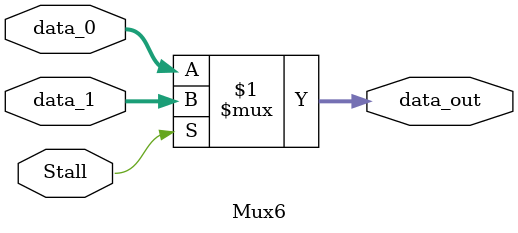
<source format=v>
module Mux6(data_out, data_0, data_1, Stall);

input 	[16:0] data_0;
input 	[16:0] data_1;
input	Stall;

output	[16:0] data_out;

assign  	data_out = (Stall)?	data_1 : data_0;

endmodule


</source>
